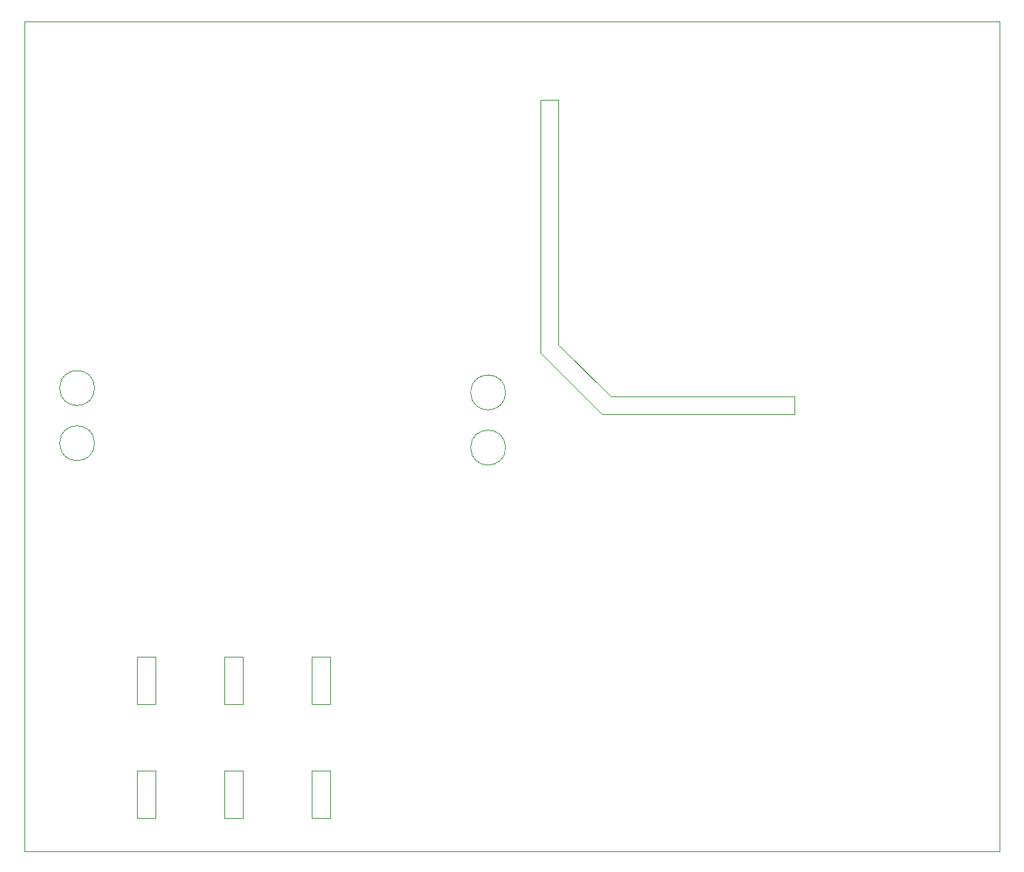
<source format=gbr>
%TF.GenerationSoftware,KiCad,Pcbnew,(5.1.7)-1*%
%TF.CreationDate,2021-11-13T12:13:23+01:00*%
%TF.ProjectId,cr-17xx-psu-board,63722d31-3778-4782-9d70-73752d626f61,rev?*%
%TF.SameCoordinates,Original*%
%TF.FileFunction,Profile,NP*%
%FSLAX46Y46*%
G04 Gerber Fmt 4.6, Leading zero omitted, Abs format (unit mm)*
G04 Created by KiCad (PCBNEW (5.1.7)-1) date 2021-11-13 12:13:23*
%MOMM*%
%LPD*%
G01*
G04 APERTURE LIST*
%TA.AperFunction,Profile*%
%ADD10C,0.050000*%
%TD*%
G04 APERTURE END LIST*
D10*
X52850000Y-105800000D02*
X52850000Y-111200000D01*
X52850000Y-111200000D02*
X54950000Y-111200000D01*
X54950000Y-111200000D02*
X54950000Y-105800000D01*
X54950000Y-105800000D02*
X52850000Y-105800000D01*
X52850000Y-92800000D02*
X54950000Y-92800000D01*
X52850000Y-92800000D02*
X52850000Y-98200000D01*
X54950000Y-98200000D02*
X54950000Y-92800000D01*
X54950000Y-98200000D02*
X52850000Y-98200000D01*
X42850000Y-92800000D02*
X42850000Y-98200000D01*
X42850000Y-92800000D02*
X44950000Y-92800000D01*
X44950000Y-98200000D02*
X44950000Y-92800000D01*
X44950000Y-98200000D02*
X42850000Y-98200000D01*
X42850000Y-105800000D02*
X42850000Y-111200000D01*
X44950000Y-105800000D02*
X42850000Y-105800000D01*
X44950000Y-111200000D02*
X44950000Y-105800000D01*
X42850000Y-111200000D02*
X44950000Y-111200000D01*
X32850000Y-92800000D02*
X32850000Y-98200000D01*
X32850000Y-92800000D02*
X34950000Y-92800000D01*
X34950000Y-98200000D02*
X34950000Y-92800000D01*
X34950000Y-98200000D02*
X32850000Y-98200000D01*
X34950000Y-111200000D02*
X32850000Y-111200000D01*
X34950000Y-105800000D02*
X34950000Y-111200000D01*
X34950000Y-105800000D02*
X32850000Y-105800000D01*
X32850000Y-111200000D02*
X32850000Y-105800000D01*
X79000000Y-58000000D02*
X86000000Y-65000000D01*
X108000000Y-65000000D02*
X86000000Y-65000000D01*
X108000000Y-63000000D02*
X108000000Y-65000000D01*
X87000000Y-63000000D02*
X108000000Y-63000000D01*
X81000000Y-57000000D02*
X87000000Y-63000000D01*
X81000000Y-29000000D02*
X79000000Y-29000000D01*
X81000000Y-57000000D02*
X81000000Y-29000000D01*
X79000000Y-29000000D02*
X79000000Y-58000000D01*
X75000000Y-62500000D02*
G75*
G03*
X75000000Y-62500000I-2000000J0D01*
G01*
X75000000Y-68820000D02*
G75*
G03*
X75000000Y-68820000I-2000000J0D01*
G01*
X28000000Y-62000000D02*
G75*
G03*
X28000000Y-62000000I-2000000J0D01*
G01*
X28000000Y-68320000D02*
G75*
G03*
X28000000Y-68320000I-2000000J0D01*
G01*
X20000000Y-115000000D02*
X20000000Y-20000000D01*
X131500000Y-115000000D02*
X20000000Y-115000000D01*
X131500000Y-20000000D02*
X131500000Y-115000000D01*
X20000000Y-20000000D02*
X131500000Y-20000000D01*
M02*

</source>
